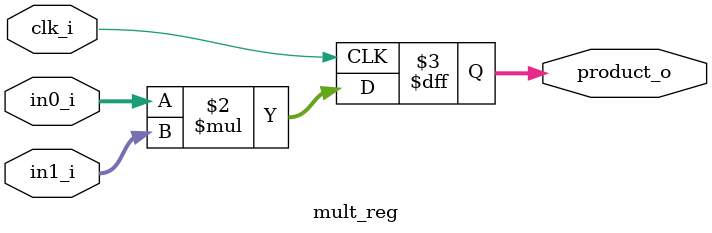
<source format=v>

`default_nettype none
module mult_reg #(
    parameter IN0_WIDTH = 16,
    parameter IN1_WIDTH = 16
) (
    input wire clk_i,
    input wire signed [IN0_WIDTH-1:0] in0_i,
    input wire signed [IN0_WIDTH-1:0] in1_i,
    output reg signed [(IN0_WIDTH+IN1_WIDTH)-1:0] product_o
);
    always @(posedge clk_i) product_o <= in0_i * in1_i;
endmodule
`default_nettype wire

</source>
